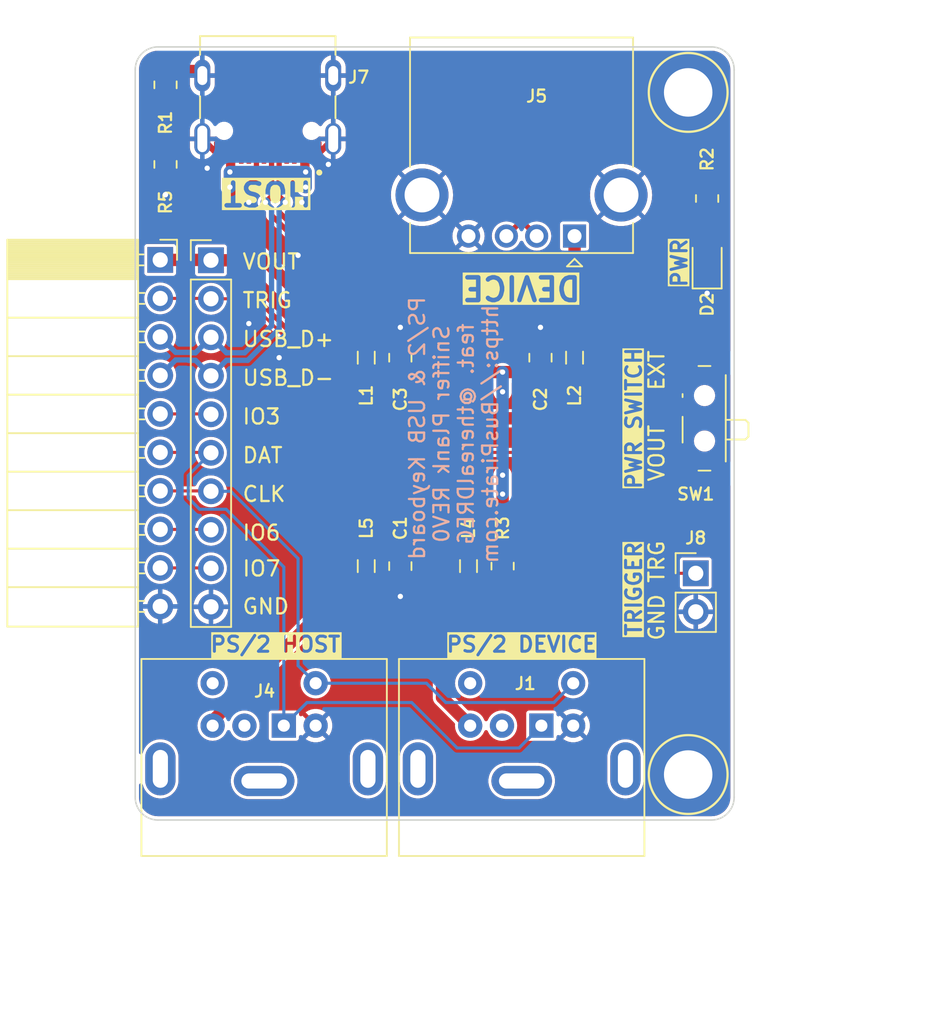
<source format=kicad_pcb>
(kicad_pcb (version 20240108) (generator "pcbnew") (generator_version "8.0")
  (layers (0 "F.Cu" signal) (31 "B.Cu" signal) (34 "B.Paste" user) (35 "F.Paste" user) (36 "B.SilkS" user "B.Silkscreen") (37 "F.SilkS" user "F.Silkscreen") (38 "B.Mask" user) (39 "F.Mask" user) (44 "Edge.Cuts" user))
  (net 0 "")
  (net 1 "VDD")
  (net 3 "DAT")
  (net 4 "Net-(J1-Pad4)")
  (net 5 "CLK")
  (net 6 "USB_D-")
  (net 8 "IO7")
  (net 9 "IO3")
  (net 10 "IO6")
  (net 11 "GND")
  (net 12 "VOUT")
  (net 13 "Net-(D2-A)")
  (net 14 "TRIG")
  (net 15 "USB_D+")
  (net 16 "Net-(J4-Pad4)")
  (net 17 "Net-(J5-VBUS)")
  (net 19 "Net-(J7-VBUS-PadA4B9)")
  (net 20 "Net-(J7-CC1)")
  (net 21 "Net-(J7-CC2)")
  (footprint "TYPE-C-31-M-12:HRO_TYPE-C-31-M-12" (layer "F.Cu") (at 108.5 73.8875 180)
    (property "Reference" "J7" (at -6 -0.1125 0) (layer "F.SilkS") (effects (font (size 0.8 0.8))))
    (property "Value" "TYPE-C-31-M-12")
    (fp_line (start 4.47 2.6) (end -4.47 2.6) (stroke (width 0.127)) (layer "F.SilkS"))
    (fp_line (start 4.47 1.37) (end 4.47 2.6) (stroke (width 0.127)) (layer "F.SilkS"))
    (fp_line (start 4.47 -2.81) (end 4.47 -1.37) (stroke (width 0.127)) (layer "F.SilkS"))
    (fp_line (start -4.47 2.6) (end -4.47 1.37) (stroke (width 0.127)) (layer "F.SilkS"))
    (fp_line (start -4.47 -2.81) (end -4.47 -1.37) (stroke (width 0.127)) (layer "F.SilkS"))
    (fp_circle (center -3.4 -6.4) (end -3.3 -6.4) (stroke (width 0.2)) (fill none) (layer "F.SilkS"))
    (pad "" np_thru_hole circle (at -2.89 -3.65 180) (size 0.7 0.7) (drill 0.7) (layers "*.Cu" "*.Mask"))
    (pad "" np_thru_hole circle (at 2.89 -3.65 180) (size 0.7 0.7) (drill 0.7) (layers "*.Cu" "*.Mask"))
    (pad "A1B12" smd rect (at -3.25 -5.095 180) (size 0.6 1.45) (layers "F.Cu" "F.Paste" "F.Mask") (net 11 "GND"))
    (pad "A4B9" smd rect (at -2.45 -5.095 180) (size 0.6 1.45) (layers "F.Cu" "F.Paste" "F.Mask") (net 19 "Net-(J7-VBUS-PadA4B9)"))
    (pad "A5" smd rect (at -1.25 -5.095 180) (size 0.3 1.45) (layers "F.Cu" "F.Paste" "F.Mask") (net 20 "Net-(J7-CC1)"))
    (pad "A6" smd rect (at -0.25 -5.095 180) (size 0.3 1.45) (layers "F.Cu" "F.Paste" "F.Mask") (net 15 "USB_D+"))
    (pad "A7" smd rect (at 0.25 -5.095 180) (size 0.3 1.45) (layers "F.Cu" "F.Paste" "F.Mask") (net 6 "USB_D-"))
    (pad "A8" smd rect (at 1.25 -5.095 180) (size 0.3 1.45) (layers "F.Cu" "F.Paste" "F.Mask"))
    (pad "B1A12" smd rect (at 3.25 -5.095 180) (size 0.6 1.45) (layers "F.Cu" "F.Paste" "F.Mask") (net 11 "GND"))
    (pad "B4A9" smd rect (at 2.45 -5.095 180) (size 0.6 1.45) (layers "F.Cu" "F.Paste" "F.Mask") (net 19 "Net-(J7-VBUS-PadA4B9)"))
    (pad "B5" smd rect (at 1.75 -5.095 180) (size 0.3 1.45) (layers "F.Cu" "F.Paste" "F.Mask") (net 21 "Net-(J7-CC2)"))
    (pad "B6" smd rect (at 0.75 -5.095 180) (size 0.3 1.45) (layers "F.Cu" "F.Paste" "F.Mask") (net 15 "USB_D+"))
    (pad "B7" smd rect (at -0.75 -5.095 180) (size 0.3 1.45) (layers "F.Cu" "F.Paste" "F.Mask") (net 6 "USB_D-"))
    (pad "B8" smd rect (at -1.75 -5.095 180) (size 0.3 1.45) (layers "F.Cu" "F.Paste" "F.Mask"))
    (pad "S1" thru_hole oval (at -4.32 -4.18 180) (size 1.05 2.1) (drill oval 0.65 1.75) (layers "*.Cu" "*.Mask") (net 11 "GND"))
    (pad "S2" thru_hole oval (at 4.32 -4.18 180) (size 1.05 2.1) (drill oval 0.65 1.75) (layers "*.Cu" "*.Mask") (net 11 "GND"))
    (pad "S3" thru_hole oval (at -4.32 0 180) (size 1.05 2.1) (drill oval 0.65 1.25) (layers "*.Cu" "*.Mask") (net 11 "GND"))
    (pad "S4" thru_hole oval (at 4.32 0 180) (size 1.05 2.1) (drill oval 0.65 1.25) (layers "*.Cu" "*.Mask") (net 11 "GND"))
  )
  (footprint "Inductor_SMD:L_0805_2012Metric" (layer "F.Cu") (at 121.75 106.25 90)
    (property "Reference" "L4" (at 2.5 0 90) (layer "F.SilkS") (effects (font (size 0.8 0.8))))
    (property "Value" "CBW201209U300T")
    (fp_line (start -0.399622 -0.56) (end 0.399622 -0.56) (stroke (width 0.12)) (layer "F.SilkS"))
    (fp_line (start -0.399622 0.56) (end 0.399622 0.56) (stroke (width 0.12)) (layer "F.SilkS"))
    (pad "1" smd roundrect (at -1.0625 0 90) (size 0.875 1.2) (layers "F.Cu" "F.Paste" "F.Mask") (net 4 "Net-(J1-Pad4)"))
    (pad "2" smd roundrect (at 1.0625 0 90) (size 0.875 1.2) (layers "F.Cu" "F.Paste" "F.Mask") (net 1 "VDD"))
  )
  (footprint "Connector_PinHeader_2.54mm:PinHeader_1x10_P2.54mm_Vertical" (layer "F.Cu") (at 104.75 86.075)
    (property "Reference" "J3" (hide yes))
    (property "Value" "Conn_01x10" (hide yes))
    (fp_line (start -1.33 -1.33) (end 0 -1.33) (stroke (width 0.12)) (layer "F.SilkS"))
    (fp_line (start -1.33 0) (end -1.33 -1.33) (stroke (width 0.12)) (layer "F.SilkS"))
    (fp_line (start -1.33 1.27) (end -1.33 24.19) (stroke (width 0.12)) (layer "F.SilkS"))
    (fp_line (start -1.33 1.27) (end 1.33 1.27) (stroke (width 0.12)) (layer "F.SilkS"))
    (fp_line (start -1.33 24.19) (end 1.33 24.19) (stroke (width 0.12)) (layer "F.SilkS"))
    (fp_line (start 1.33 1.27) (end 1.33 24.19) (stroke (width 0.12)) (layer "F.SilkS"))
    (pad "1" thru_hole rect (at 0 0) (size 1.7 1.7) (drill 1) (layers "*.Cu" "*.Mask") (net 12 "VOUT"))
    (pad "2" thru_hole oval (at 0 2.54) (size 1.7 1.7) (drill 1) (layers "*.Cu" "*.Mask") (net 14 "TRIG"))
    (pad "3" thru_hole oval (at 0 5.08) (size 1.7 1.7) (drill 1) (layers "*.Cu" "*.Mask") (net 15 "USB_D+"))
    (pad "4" thru_hole oval (at 0 7.62) (size 1.7 1.7) (drill 1) (layers "*.Cu" "*.Mask") (net 6 "USB_D-"))
    (pad "5" thru_hole oval (at 0 10.16) (size 1.7 1.7) (drill 1) (layers "*.Cu" "*.Mask") (net 9 "IO3"))
    (pad "6" thru_hole oval (at 0 12.7) (size 1.7 1.7) (drill 1) (layers "*.Cu" "*.Mask") (net 3 "DAT"))
    (pad "7" thru_hole oval (at 0 15.24) (size 1.7 1.7) (drill 1) (layers "*.Cu" "*.Mask") (net 5 "CLK"))
    (pad "8" thru_hole oval (at 0 17.78) (size 1.7 1.7) (drill 1) (layers "*.Cu" "*.Mask") (net 10 "IO6"))
    (pad "9" thru_hole oval (at 0 20.32) (size 1.7 1.7) (drill 1) (layers "*.Cu" "*.Mask") (net 8 "IO7"))
    (pad "10" thru_hole oval (at 0 22.86) (size 1.7 1.7) (drill 1) (layers "*.Cu" "*.Mask") (net 11 "GND"))
  )
  (footprint "Resistor_SMD:R_0805_2012Metric" (layer "F.Cu") (at 124 106.25 90)
    (property "Reference" "R3" (at 2.5 0 90) (layer "F.SilkS") (effects (font (size 0.8 0.8))))
    (property "Value" "2K")
    (fp_line (start -0.227064 -0.735) (end 0.227064 -0.735) (stroke (width 0.12)) (layer "F.SilkS"))
    (fp_line (start -0.227064 0.735) (end 0.227064 0.735) (stroke (width 0.12)) (layer "F.SilkS"))
    (pad "1" smd roundrect (at -0.9125 0 90) (size 1.025 1.4) (layers "F.Cu" "F.Paste" "F.Mask") (roundrect_rratio 0.243902) (net 14 "TRIG"))
    (pad "2" smd roundrect (at 0.9125 0 90) (size 1.025 1.4) (layers "F.Cu" "F.Paste" "F.Mask") (roundrect_rratio 0.243902) (net 1 "VDD"))
  )
  (footprint "Capacitor_SMD:C_0805_2012Metric" (layer "F.Cu") (at 117.25 106.25 -90)
    (property "Reference" "C1" (at -2.5 0 90) (layer "F.SilkS") (effects (font (size 0.8 0.8))))
    (property "Value" "47uF/CL21A226MAYNNNE")
    (fp_line (start -0.261252 0.735) (end 0.261252 0.735) (stroke (width 0.12)) (layer "F.SilkS"))
    (fp_line (start -0.261252 -0.735) (end 0.261252 -0.735) (stroke (width 0.12)) (layer "F.SilkS"))
    (pad "1" smd roundrect (at -0.95 0 270) (size 1 1.45) (layers "F.Cu" "F.Paste" "F.Mask") (net 1 "VDD"))
    (pad "2" smd roundrect (at 0.95 0 270) (size 1 1.45) (layers "F.Cu" "F.Paste" "F.Mask") (net 11 "GND"))
  )
  (footprint "Connector_PinSocket_2.54mm:PinSocket_1x10_P2.54mm_Horizontal" (layer "F.Cu") (at 101.4 86.05)
    (property "Reference" "J2" (hide yes))
    (property "Value" "Conn_01x10" (hide yes))
    (fp_line (start -10.09 -1.33) (end -10.09 24.19) (stroke (width 0.12)) (layer "F.SilkS"))
    (fp_line (start -10.09 -1.33) (end -1.46 -1.33) (stroke (width 0.12)) (layer "F.SilkS"))
    (fp_line (start -10.09 -1.21) (end -1.46 -1.21) (stroke (width 0.12)) (layer "F.SilkS"))
    (fp_line (start -10.09 -1.091905) (end -1.46 -1.091905) (stroke (width 0.12)) (layer "F.SilkS"))
    (fp_line (start -10.09 -0.97381) (end -1.46 -0.97381) (stroke (width 0.12)) (layer "F.SilkS"))
    (fp_line (start -10.09 -0.855715) (end -1.46 -0.855715) (stroke (width 0.12)) (layer "F.SilkS"))
    (fp_line (start -10.09 -0.73762) (end -1.46 -0.73762) (stroke (width 0.12)) (layer "F.SilkS"))
    (fp_line (start -10.09 -0.619525) (end -1.46 -0.619525) (stroke (width 0.12)) (layer "F.SilkS"))
    (fp_line (start -10.09 -0.50143) (end -1.46 -0.50143) (stroke (width 0.12)) (layer "F.SilkS"))
    (fp_line (start -10.09 -0.383335) (end -1.46 -0.383335) (stroke (width 0.12)) (layer "F.SilkS"))
    (fp_line (start -10.09 -0.26524) (end -1.46 -0.26524) (stroke (width 0.12)) (layer "F.SilkS"))
    (fp_line (start -10.09 -0.147145) (end -1.46 -0.147145) (stroke (width 0.12)) (layer "F.SilkS"))
    (fp_line (start -10.09 -0.02905) (end -1.46 -0.02905) (stroke (width 0.12)) (layer "F.SilkS"))
    (fp_line (start -10.09 0.089045) (end -1.46 0.089045) (stroke (width 0.12)) (layer "F.SilkS"))
    (fp_line (start -10.09 0.20714) (end -1.46 0.20714) (stroke (width 0.12)) (layer "F.SilkS"))
    (fp_line (start -10.09 0.325235) (end -1.46 0.325235) (stroke (width 0.12)) (layer "F.SilkS"))
    (fp_line (start -10.09 0.44333) (end -1.46 0.44333) (stroke (width 0.12)) (layer "F.SilkS"))
    (fp_line (start -10.09 0.561425) (end -1.46 0.561425) (stroke (width 0.12)) (layer "F.SilkS"))
    (fp_line (start -10.09 0.67952) (end -1.46 0.67952) (stroke (width 0.12)) (layer "F.SilkS"))
    (fp_line (start -10.09 0.797615) (end -1.46 0.797615) (stroke (width 0.12)) (layer "F.SilkS"))
    (fp_line (start -10.09 0.91571) (end -1.46 0.91571) (stroke (width 0.12)) (layer "F.SilkS"))
    (fp_line (start -10.09 1.033805) (end -1.46 1.033805) (stroke (width 0.12)) (layer "F.SilkS"))
    (fp_line (start -10.09 1.1519) (end -1.46 1.1519) (stroke (width 0.12)) (layer "F.SilkS"))
    (fp_line (start -10.09 1.27) (end -1.46 1.27) (stroke (width 0.12)) (layer "F.SilkS"))
    (fp_line (start -10.09 3.81) (end -1.46 3.81) (stroke (width 0.12)) (layer "F.SilkS"))
    (fp_line (start -10.09 6.35) (end -1.46 6.35) (stroke (width 0.12)) (layer "F.SilkS"))
    (fp_line (start -10.09 8.89) (end -1.46 8.89) (stroke (width 0.12)) (layer "F.SilkS"))
    (fp_line (start -10.09 11.43) (end -1.46 11.43) (stroke (width 0.12)) (layer "F.SilkS"))
    (fp_line (start -10.09 13.97) (end -1.46 13.97) (stroke (width 0.12)) (layer "F.SilkS"))
    (fp_line (start -10.09 16.51) (end -1.46 16.51) (stroke (width 0.12)) (layer "F.SilkS"))
    (fp_line (start -10.09 19.05) (end -1.46 19.05) (stroke (width 0.12)) (layer "F.SilkS"))
    (fp_line (start -10.09 21.59) (end -1.46 21.59) (stroke (width 0.12)) (layer "F.SilkS"))
    (fp_line (start -10.09 24.19) (end -1.46 24.19) (stroke (width 0.12)) (layer "F.SilkS"))
    (fp_line (start -1.46 -1.33) (end -1.46 24.19) (stroke (width 0.12)) (layer "F.SilkS"))
    (fp_line (start -1.46 -0.36) (end -1.11 -0.36) (stroke (width 0.12)) (layer "F.SilkS"))
    (fp_line (start -1.46 0.36) (end -1.11 0.36) (stroke (width 0.12)) (layer "F.SilkS"))
    (fp_line (start -1.46 2.18) (end -1.05 2.18) (stroke (width 0.12)) (layer "F.SilkS"))
    (fp_line (start -1.46 2.9) (end -1.05 2.9) (stroke (width 0.12)) (layer "F.SilkS"))
    (fp_line (start -1.46 4.72) (end -1.05 4.72) (stroke (width 0.12)) (layer "F.SilkS"))
    (fp_line (start -1.46 5.44) (end -1.05 5.44) (stroke (width 0.12)) (layer "F.SilkS"))
    (fp_line (start -1.46 7.26) (end -1.05 7.26) (stroke (width 0.12)) (layer "F.SilkS"))
    (fp_line (start -1.46 7.98) (end -1.05 7.98) (stroke (width 0.12)) (layer "F.SilkS"))
    (fp_line (start -1.46 9.8) (end -1.05 9.8) (stroke (width 0.12)) (layer "F.SilkS"))
    (fp_line (start -1.46 10.52) (end -1.05 10.52) (stroke (width 0.12)) (layer "F.SilkS"))
    (fp_line (start -1.46 12.34) (end -1.05 12.34) (stroke (width 0.12)) (layer "F.SilkS"))
    (fp_line (start -1.46 13.06) (end -1.05 13.06) (stroke (width 0.12)) (layer "F.SilkS"))
    (fp_line (start -1.46 14.88) (end -1.05 14.88) (stroke (width 0.12)) (layer "F.SilkS"))
    (fp_line (start -1.46 15.6) (end -1.05 15.6) (stroke (width 0.12)) (layer "F.SilkS"))
    (fp_line (start -1.46 17.42) (end -1.05 17.42) (stroke (width 0.12)) (layer "F.SilkS"))
    (fp_line (start -1.46 18.14) (end -1.05 18.14) (stroke (width 0.12)) (layer "F.SilkS"))
    (fp_line (start -1.46 19.96) (end -1.05 19.96) (stroke (width 0.12)) (layer "F.SilkS"))
    (fp_line (start -1.46 20.68) (end -1.05 20.68) (stroke (width 0.12)) (layer "F.SilkS"))
    (fp_line (start -1.46 22.5) (end -1.05 22.5) (stroke (width 0.12)) (layer "F.SilkS"))
    (fp_line (start -1.46 23.22) (end -1.05 23.22) (stroke (width 0.12)) (layer "F.SilkS"))
    (fp_line (start 0 -1.33) (end 1.11 -1.33) (stroke (width 0.12)) (layer "F.SilkS"))
    (fp_line (start 1.11 -1.33) (end 1.11 0) (stroke (width 0.12)) (layer "F.SilkS"))
    (pad "1" thru_hole rect (at 0 0) (size 1.7 1.7) (drill 1) (layers "*.Cu" "*.Mask") (net 12 "VOUT"))
    (pad "2" thru_hole oval (at 0 2.54) (size 1.7 1.7) (drill 1) (layers "*.Cu" "*.Mask") (net 14 "TRIG"))
    (pad "3" thru_hole oval (at 0 5.08) (size 1.7 1.7) (drill 1) (layers "*.Cu" "*.Mask") (net 15 "USB_D+"))
    (pad "4" thru_hole oval (at 0 7.62) (size 1.7 1.7) (drill 1) (layers "*.Cu" "*.Mask") (net 6 "USB_D-"))
    (pad "5" thru_hole oval (at 0 10.16) (size 1.7 1.7) (drill 1) (layers "*.Cu" "*.Mask") (net 9 "IO3"))
    (pad "6" thru_hole oval (at 0 12.7) (size 1.7 1.7) (drill 1) (layers "*.Cu" "*.Mask") (net 3 "DAT"))
    (pad "7" thru_hole oval (at 0 15.24) (size 1.7 1.7) (drill 1) (layers "*.Cu" "*.Mask") (net 5 "CLK"))
    (pad "8" thru_hole oval (at 0 17.78) (size 1.7 1.7) (drill 1) (layers "*.Cu" "*.Mask") (net 10 "IO6"))
    (pad "9" thru_hole oval (at 0 20.32) (size 1.7 1.7) (drill 1) (layers "*.Cu" "*.Mask") (net 8 "IO7"))
    (pad "10" thru_hole oval (at 0 22.86) (size 1.7 1.7) (drill 1) (layers "*.Cu" "*.Mask") (net 11 "GND"))
  )
  (footprint "connector-mini-din-6:Connector_Mini-DIN_Female_6Pin_2rows" (layer "F.Cu") (at 109.56 116.775)
    (property "Reference" "J4" (at -1.27 -2.275 0) (layer "F.SilkS") (effects (font (size 0.8 0.8))))
    (property "Value" "Mini-DIN-6")
    (fp_line (start -9.4 -4.4) (end -9.4 8.6) (stroke (width 0.12)) (layer "F.SilkS"))
    (fp_line (start -9.4 -4.4) (end 6.8 -4.4) (stroke (width 0.12)) (layer "F.SilkS"))
    (fp_line (start -9.4 8.6) (end 6.8 8.6) (stroke (width 0.12)) (layer "F.SilkS"))
    (fp_line (start 6.8 -4.4) (end 6.8 8.6) (stroke (width 0.12)) (layer "F.SilkS"))
    (pad "1" thru_hole rect (at 0 0) (size 1.6 1.6) (drill 0.8) (layers "*.Cu" "*.Mask") (net 3 "DAT"))
    (pad "2" thru_hole circle (at -2.6 0) (size 1.6 1.6) (drill 0.8) (layers "*.Cu" "*.Mask"))
    (pad "3" thru_hole circle (at 2.1 0) (size 1.6 1.6) (drill 0.8) (layers "*.Cu" "*.Mask") (net 11 "GND"))
    (pad "4" thru_hole circle (at -4.7 0) (size 1.6 1.6) (drill 0.8) (layers "*.Cu" "*.Mask") (net 16 "Net-(J4-Pad4)"))
    (pad "5" thru_hole circle (at 2.1 -2.8) (size 1.6 1.6) (drill 0.8) (layers "*.Cu" "*.Mask") (net 5 "CLK"))
    (pad "6" thru_hole circle (at -4.7 -2.8) (size 1.6 1.6) (drill 0.8) (layers "*.Cu" "*.Mask"))
    (pad "7" thru_hole oval (at -8.15 2.85) (size 2 3.5) (drill oval 1 2.5) (layers "*.Cu" "*.Mask"))
    (pad "7" thru_hole oval (at -1.3 3.65) (size 4 2) (drill oval 3 1) (layers "*.Cu" "*.Mask"))
    (pad "7" thru_hole oval (at 5.55 2.85) (size 2 3.5) (drill oval 1 2.5) (layers "*.Cu" "*.Mask"))
  )
  (footprint "Connector_USB:USB_A_CONNFLY_DS1095-WNR0" (layer "F.Cu") (at 128.75 84.4775 180)
    (property "Reference" "J5" (at 2.5 9.2275 0) (layer "F.SilkS") (effects (font (size 0.8 0.8))))
    (property "Value" "USB_A")
    (fp_line (start 10.86 4.56) (end 10.86 13.1) (stroke (width 0.12)) (layer "F.SilkS"))
    (fp_line (start 10.86 0.86) (end 10.86 -1.12) (stroke (width 0.12)) (layer "F.SilkS"))
    (fp_line (start 0.5 -2) (end -0.5 -2) (stroke (width 0.12)) (layer "F.SilkS"))
    (fp_line (start 0 -1.5) (end 0.5 -2) (stroke (width 0.12)) (layer "F.SilkS"))
    (fp_line (start -0.5 -2) (end 0 -1.5) (stroke (width 0.12)) (layer "F.SilkS"))
    (fp_line (start -3.86 13.1) (end 10.86 13.1) (stroke (width 0.12)) (layer "F.SilkS"))
    (fp_line (start -3.86 4.56) (end -3.86 13.1) (stroke (width 0.12)) (layer "F.SilkS"))
    (fp_line (start -3.86 -1.12) (end 10.86 -1.12) (stroke (width 0.12)) (layer "F.SilkS"))
    (fp_line (start -3.86 -1.12) (end -3.86 0.86) (stroke (width 0.12)) (layer "F.SilkS"))
    (pad "1" thru_hole rect (at 0 0 180) (size 1.524 1.524) (drill 0.92) (layers "*.Cu" "*.Mask") (net 17 "Net-(J5-VBUS)"))
    (pad "2" thru_hole circle (at 2.5 0 180) (size 1.524 1.524) (drill 0.92) (layers "*.Cu" "*.Mask") (net 6 "USB_D-"))
    (pad "3" thru_hole circle (at 4.5 0 180) (size 1.524 1.524) (drill 0.92) (layers "*.Cu" "*.Mask") (net 15 "USB_D+"))
    (pad "4" thru_hole circle (at 7 0 180) (size 1.524 1.524) (drill 0.92) (layers "*.Cu" "*.Mask") (net 11 "GND"))
    (pad "5" thru_hole circle (at -3.07 2.71 180) (size 3.5 3.5) (drill 2.3) (layers "*.Cu" "*.Mask") (net 11 "GND"))
    (pad "5" thru_hole circle (at 10.07 2.71 180) (size 3.5 3.5) (drill 2.3) (layers "*.Cu" "*.Mask") (net 11 "GND"))
  )
  (footprint "Inductor_SMD:L_0805_2012Metric" (layer "F.Cu") (at 115 92.5 90)
    (property "Reference" "L1" (at -2.5 0 90) (layer "F.SilkS") (effects (font (size 0.8 0.8))))
    (property "Value" "CBW201209U300T")
    (fp_line (start -0.399622 -0.56) (end 0.399622 -0.56) (stroke (width 0.12)) (layer "F.SilkS"))
    (fp_line (start -0.399622 0.56) (end 0.399622 0.56) (stroke (width 0.12)) (layer "F.SilkS"))
    (pad "1" smd roundrect (at -1.0625 0 90) (size 0.875 1.2) (layers "F.Cu" "F.Paste" "F.Mask") (net 1 "VDD"))
    (pad "2" smd roundrect (at 1.0625 0 90) (size 0.875 1.2) (layers "F.Cu" "F.Paste" "F.Mask") (net 19 "Net-(J7-VBUS-PadA4B9)"))
  )
  (footprint "Resistor_SMD:R_0805_2012Metric" (layer "F.Cu") (at 101.75 74.5 -90)
    (property "Reference" "R1" (at 2.5 0 90) (layer "F.SilkS") (effects (font (size 0.8 0.8))))
    (property "Value" "5.1K")
    (fp_line (start -0.227064 0.735) (end 0.227064 0.735) (stroke (width 0.12)) (layer "F.SilkS"))
    (fp_line (start -0.227064 -0.735) (end 0.227064 -0.735) (stroke (width 0.12)) (layer "F.SilkS"))
    (pad "1" smd roundrect (at -0.9125 0 270) (size 1.025 1.4) (layers "F.Cu" "F.Paste" "F.Mask") (roundrect_rratio 0.243902) (net 11 "GND"))
    (pad "2" smd roundrect (at 0.9125 0 270) (size 1.025 1.4) (layers "F.Cu" "F.Paste" "F.Mask") (roundrect_rratio 0.243902) (net 20 "Net-(J7-CC1)"))
  )
  (footprint "connector-mini-din-6:Connector_Mini-DIN_Female_6Pin_2rows" (layer "F.Cu") (at 126.56 116.775)
    (property "Reference" "J1" (at -1.06 -2.775 0) (layer "F.SilkS") (effects (font (size 0.8 0.8))))
    (property "Value" "Mini-DIN-6")
    (fp_line (start -9.4 -4.4) (end -9.4 8.6) (stroke (width 0.12)) (layer "F.SilkS"))
    (fp_line (start -9.4 -4.4) (end 6.8 -4.4) (stroke (width 0.12)) (layer "F.SilkS"))
    (fp_line (start -9.4 8.6) (end 6.8 8.6) (stroke (width 0.12)) (layer "F.SilkS"))
    (fp_line (start 6.8 -4.4) (end 6.8 8.6) (stroke (width 0.12)) (layer "F.SilkS"))
    (pad "1" thru_hole rect (at 0 0) (size 1.6 1.6) (drill 0.8) (layers "*.Cu" "*.Mask") (net 3 "DAT"))
    (pad "2" thru_hole circle (at -2.6 0) (size 1.6 1.6) (drill 0.8) (layers "*.Cu" "*.Mask"))
    (pad "3" thru_hole circle (at 2.1 0) (size 1.6 1.6) (drill 0.8) (layers "*.Cu" "*.Mask") (net 11 "GND"))
    (pad "4" thru_hole circle (at -4.7 0) (size 1.6 1.6) (drill 0.8) (layers "*.Cu" "*.Mask") (net 4 "Net-(J1-Pad4)"))
    (pad "5" thru_hole circle (at 2.1 -2.8) (size 1.6 1.6) (drill 0.8) (layers "*.Cu" "*.Mask") (net 5 "CLK"))
    (pad "6" thru_hole circle (at -4.7 -2.8) (size 1.6 1.6) (drill 0.8) (layers "*.Cu" "*.Mask"))
    (pad "7" thru_hole oval (at -8.15 2.85) (size 2 3.5) (drill oval 1 2.5) (layers "*.Cu" "*.Mask"))
    (pad "7" thru_hole oval (at -1.3 3.65) (size 4 2) (drill oval 3 1) (layers "*.Cu" "*.Mask"))
    (pad "7" thru_hole oval (at 5.55 2.85) (size 2 3.5) (drill oval 1 2.5) (layers "*.Cu" "*.Mask"))
  )
  (footprint "Connector_PinHeader_2.54mm:PinHeader_1x02_P2.54mm_Vertical" (layer "F.Cu") (at 136.75 106.725)
    (property "Reference" "J8" (at 0 -2.33 0) (layer "F.SilkS") (effects (font (size 0.8 0.8))))
    (property "Value" "Conn_01x02_Pin")
    (fp_line (start -1.33 -1.33) (end 0 -1.33) (stroke (width 0.12)) (layer "F.SilkS"))
    (fp_line (start -1.33 0) (end -1.33 -1.33) (stroke (width 0.12)) (layer "F.SilkS"))
    (fp_line (start -1.33 1.27) (end -1.33 3.87) (stroke (width 0.12)) (layer "F.SilkS"))
    (fp_line (start -1.33 1.27) (end 1.33 1.27) (stroke (width 0.12)) (layer "F.SilkS"))
    (fp_line (start -1.33 3.87) (end 1.33 3.87) (stroke (width 0.12)) (layer "F.SilkS"))
    (fp_line (start 1.33 1.27) (end 1.33 3.87) (stroke (width 0.12)) (layer "F.SilkS"))
    (pad "1" thru_hole rect (at 0 0) (size 1.7 1.7) (drill 1) (layers "*.Cu" "*.Mask") (net 14 "TRIG"))
    (pad "2" thru_hole oval (at 0 2.54) (size 1.7 1.7) (drill 1) (layers "*.Cu" "*.Mask") (net 11 "GND"))
  )
  (footprint "Inductor_SMD:L_0805_2012Metric" (layer "F.Cu") (at 115 106.25 90)
    (property "Reference" "L5" (at 2.5 0 90) (layer "F.SilkS") (effects (font (size 0.8 0.8))))
    (property "Value" "CBW201209U300T")
    (fp_line (start -0.399622 -0.56) (end 0.399622 -0.56) (stroke (width 0.12)) (layer "F.SilkS"))
    (fp_line (start -0.399622 0.56) (end 0.399622 0.56) (stroke (width 0.12)) (layer "F.SilkS"))
    (pad "1" smd roundrect (at -1.0625 0 90) (size 0.875 1.2) (layers "F.Cu" "F.Paste" "F.Mask") (net 16 "Net-(J4-Pad4)"))
    (pad "2" smd roundrect (at 1.0625 0 90) (size 0.875 1.2) (layers "F.Cu" "F.Paste" "F.Mask") (net 1 "VDD"))
  )
  (footprint "Button_Switch_SMD:SW_SPDT_PCM12" (layer "F.Cu") (at 137 96.5 90)
    (property "Reference" "SW1" (at -5 -0.25 180) (layer "F.SilkS") (effects (font (size 0.8 0.8))))
    (property "Value" "SW_SPDT")
    (fp_line (start 1.4 -1.12) (end 1.6 -1.12) (stroke (width 0.12)) (layer "F.SilkS"))
    (fp_line (start -1.6 -1.12) (end 0.1 -1.12) (stroke (width 0.12)) (layer "F.SilkS"))
    (fp_line (start -3.45 -0.07) (end -3.45 0.72) (stroke (width 0.12)) (layer "F.SilkS"))
    (fp_line (start 3.45 0.72) (end 3.45 -0.07) (stroke (width 0.12)) (layer "F.SilkS"))
    (fp_line (start -1.4 1.73) (end -1.4 3.02) (stroke (width 0.12)) (layer "F.SilkS"))
    (fp_line (start -2.85 1.73) (end 2.85 1.73) (stroke (width 0.12)) (layer "F.SilkS"))
    (fp_line (start -0.1 3.02) (end -0.1 1.73) (stroke (width 0.12)) (layer "F.SilkS"))
    (fp_line (start -0.1 3.02) (end -0.3 3.23) (stroke (width 0.12)) (layer "F.SilkS"))
    (fp_line (start -1.4 3.02) (end -1.2 3.23) (stroke (width 0.12)) (layer "F.SilkS"))
    (fp_line (start -1.2 3.23) (end -0.3 3.23) (stroke (width 0.12)) (layer "F.SilkS"))
    (pad "" smd rect (at -3.65 -0.78 90) (size 1 0.8) (layers "F.Cu" "F.Paste" "F.Mask"))
    (pad "" smd rect (at -3.65 1.43 90) (size 1 0.8) (layers "F.Cu" "F.Paste" "F.Mask"))
    (pad "" np_thru_hole circle (at -1.5 0.33 90) (size 0.9 0.9) (drill 0.9) (layers "*.Cu" "*.Mask"))
    (pad "" np_thru_hole circle (at 1.5 0.33 90) (size 0.9 0.9) (drill 0.9) (layers "*.Cu" "*.Mask"))
    (pad "" smd rect (at 3.65 -0.78 90) (size 1 0.8) (layers "F.Cu" "F.Paste" "F.Mask"))
    (pad "" smd rect (at 3.65 1.43 90) (size 1 0.8) (layers "F.Cu" "F.Paste" "F.Mask"))
    (pad "1" smd rect (at -2.25 -1.43 90) (size 0.7 1.5) (layers "F.Cu" "F.Paste" "F.Mask") (net 12 "VOUT"))
    (pad "2" smd rect (at 0.75 -1.43 90) (size 0.7 1.5) (layers "F.Cu" "F.Paste" "F.Mask") (net 1 "VDD"))
    (pad "3" smd rect (at 2.25 -1.43 90) (size 0.7 1.5) (layers "F.Cu" "F.Paste" "F.Mask"))
  )
  (footprint "Resistor_SMD:R_0805_2012Metric" (layer "F.Cu") (at 137.5 82 -90)
    (property "Reference" "R2" (at -2.5875 0 90) (layer "F.SilkS") (effects (font (size 0.8 0.8))))
    (property "Value" "2K" (hide yes))
    (fp_line (start -0.227064 0.735) (end 0.227064 0.735) (stroke (width 0.12)) (layer "F.SilkS"))
    (fp_line (start -0.227064 -0.735) (end 0.227064 -0.735) (stroke (width 0.12)) (layer "F.SilkS"))
    (pad "1" smd roundrect (at -0.9125 0 270) (size 1.025 1.4) (layers "F.Cu" "F.Paste" "F.Mask") (roundrect_rratio 0.243902439) (net 1 "VDD"))
    (pad "2" smd roundrect (at 0.9125 0 270) (size 1.025 1.4) (layers "F.Cu" "F.Paste" "F.Mask") (roundrect_rratio 0.243902439) (net 13 "Net-(D2-A)"))
  )
  (footprint "Capacitor_SMD:C_0805_2012Metric" (layer "F.Cu") (at 126.5 92.5 90)
    (property "Reference" "C2" (at -2.75 0 90) (layer "F.SilkS") (effects (font (size 0.8 0.8))))
    (property "Value" "47uF/CL21A226MAYNNNE")
    (fp_line (start -0.261252 -0.735) (end 0.261252 -0.735) (stroke (width 0.12)) (layer "F.SilkS"))
    (fp_line (start -0.261252 0.735) (end 0.261252 0.735) (stroke (width 0.12)) (layer "F.SilkS"))
    (pad "1" smd roundrect (at -0.95 0 90) (size 1 1.45) (layers "F.Cu" "F.Paste" "F.Mask") (net 1 "VDD"))
    (pad "2" smd roundrect (at 0.95 0 90) (size 1 1.45) (layers "F.Cu" "F.Paste" "F.Mask") (net 11 "GND"))
  )
  (footprint "Inductor_SMD:L_0805_2012Metric" (layer "F.Cu") (at 128.75 92.5 90)
    (property "Reference" "L2" (at -2.5 0 90) (layer "F.SilkS") (effects (font (size 0.8 0.8))))
    (property "Value" "CBW201209U300T")
    (fp_line (start -0.399622 -0.56) (end 0.399622 -0.56) (stroke (width 0.12)) (layer "F.SilkS"))
    (fp_line (start -0.399622 0.56) (end 0.399622 0.56) (stroke (width 0.12)) (layer "F.SilkS"))
    (pad "1" smd roundrect (at -1.0625 0 90) (size 0.875 1.2) (layers "F.Cu" "F.Paste" "F.Mask") (net 1 "VDD"))
    (pad "2" smd roundrect (at 1.0625 0 90) (size 0.875 1.2) (layers "F.Cu" "F.Paste" "F.Mask") (net 17 "Net-(J5-VBUS)"))
  )
  (footprint "Capacitor_SMD:C_0805_2012Metric" (layer "F.Cu") (at 117.25 92.5 90)
    (property "Reference" "C3" (at -2.75 0 90) (layer "F.SilkS") (effects (font (size 0.8 0.8))))
    (property "Value" "47uF/CL21A226MAYNNNE")
    (fp_line (start -0.261252 -0.735) (end 0.261252 -0.735) (stroke (width 0.12)) (layer "F.SilkS"))
    (fp_line (start -0.261252 0.735) (end 0.261252 0.735) (stroke (width 0.12)) (layer "F.SilkS"))
    (pad "1" smd roundrect (at -0.95 0 90) (size 1 1.45) (layers "F.Cu" "F.Paste" "F.Mask") (net 1 "VDD"))
    (pad "2" smd roundrect (at 0.95 0 90) (size 1 1.45) (layers "F.Cu" "F.Paste" "F.Mask") (net 11 "GND"))
  )
  (footprint "LED_SMD:LED_0805_2012Metric" (layer "F.Cu") (at 137.5 86.25 90)
    (property "Reference" "D2" (at -2.75 0 90) (layer "F.SilkS") (effects (font (size 0.8 0.8))))
    (property "Value" "LED" (hide yes))
    (fp_line (start 1 -0.96) (end -1.685 -0.96) (stroke (width 0.12)) (layer "F.SilkS"))
    (fp_line (start -1.685 -0.96) (end -1.685 0.96) (stroke (width 0.12)) (layer "F.SilkS"))
    (fp_line (start -1.685 0.96) (end 1 0.96) (stroke (width 0.12)) (layer "F.SilkS"))
    (pad "1" smd roundrect (at -0.9375 0 90) (size 0.975 1.4) (layers "F.Cu" "F.Paste" "F.Mask") (net 11 "GND"))
    (pad "2" smd roundrect (at 0.9375 0 90) (size 0.975 1.4) (layers "F.Cu" "F.Paste" "F.Mask") (net 13 "Net-(D2-A)"))
  )
  (footprint "Resistor_SMD:R_0805_2012Metric" (layer "F.Cu") (at 101.75 79.75 90)
    (property "Reference" "R5" (at -2.5 0 90) (layer "F.SilkS") (effects (font (size 0.8 0.8))))
    (property "Value" "5.1K")
    (fp_line (start -0.227064 -0.735) (end 0.227064 -0.735) (stroke (width 0.12)) (layer "F.SilkS"))
    (fp_line (start -0.227064 0.735) (end 0.227064 0.735) (stroke (width 0.12)) (layer "F.SilkS"))
    (pad "1" smd roundrect (at -0.9125 0 90) (size 1.025 1.4) (layers "F.Cu" "F.Paste" "F.Mask") (roundrect_rratio 0.243902) (net 11 "GND"))
    (pad "2" smd roundrect (at 0.9125 0 90) (size 1.025 1.4) (layers "F.Cu" "F.Paste" "F.Mask") (roundrect_rratio 0.243902) (net 21 "Net-(J7-CC2)"))
  )
  (gr_circle (center 136.25 75) (end 138.85 75) (stroke (width 0.15)) (fill none) (layer "F.SilkS"))
  (gr_circle (center 136.25 120) (end 138.85 120) (stroke (width 0.15)) (fill none) (layer "F.SilkS"))
  (gr_line (start 139.28391 121.500383) (end 139.28391 73.534293) (stroke (width 0.1)) (layer "Edge.Cuts"))
  (gr_arc (start 101.249947 122.999945) (mid 100.189321 122.560586) (end 99.75 121.499945) (stroke (width 0.1)) (layer "Edge.Cuts"))
  (gr_arc (start 137.78391 72.000383) (mid 138.856494 72.451779) (end 139.283527 73.534293) (stroke (width 0.1)) (layer "Edge.Cuts"))
  (gr_line (start 101.28391 72.000383) (end 137.78391 72.000383) (stroke (width 0.1)) (layer "Edge.Cuts"))
  (gr_line (start 99.75 121.499945) (end 99.75 73.5) (stroke (width 0.1)) (layer "Edge.Cuts"))
  (gr_arc (start 139.28391 121.500383) (mid 138.832512 122.572964) (end 137.75 123) (stroke (width 0.1)) (layer "Edge.Cuts"))
  (gr_line (start 101.249947 122.999945) (end 137.75 122.999945) (stroke (width 0.1)) (layer "Edge.Cuts"))
  (gr_arc (start 99.75 73.5) (mid 100.201397 72.427418) (end 101.28391 72.000383) (stroke (width 0.1)) (layer "Edge.Cuts"))
  (gr_text "PS/2 & USB Keyboard \nSniffer Plank REV0\nfeat. @therealDREG\nhttps://BusPirate.com" (at 120.777 97.536 90) (layer "B.SilkS") (effects (font (size 1 1)) (justify mirror)))
  (gr_text "GND TRG" (at 134.75 111.25 90) (layer "F.SilkS") (effects (font (size 1 1)) (justify left bottom)))
  (gr_text "IO7" (at 106.75 107 0) (layer "F.SilkS") (effects (font (size 1 1)) (justify left bottom)))
  (gr_text "PS/2 DEVICE" (at 125.25 112 0) (layer "F.SilkS" knockout) (effects (font (size 1 1) (thickness 0.2) (bold yes)) (justify bottom)))
  (gr_text "USB_D-" (at 106.75 94.416665 0) (layer "F.SilkS") (effects (font (size 1 1)) (justify left bottom)))
  (gr_text "USB_D+" (at 106.75 91.86111 0) (layer "F.SilkS") (effects (font (size 1 1)) (justify left bottom)))
  (gr_text "HOST" (at 108.5 80.75 180) (layer "F.SilkS" knockout) (effects (font (size 1.5 1.5) (thickness 0.3) (bold yes)) (justify bottom)))
  (gr_text "PWR" (at 136.25 86.25 90) (layer "F.SilkS" knockout) (effects (font (size 1 1) (thickness 0.2) (bold yes)) (justify bottom)))
  (gr_text "GND" (at 106.75 109.5 0) (layer "F.SilkS") (effects (font (size 1 1)) (justify left bottom)))
  (gr_text "IO6" (at 106.75 104.638885 0) (layer "F.SilkS") (effects (font (size 1 1)) (justify left bottom)))
  (gr_text "VOUT" (at 106.75 86.75 0) (layer "F.SilkS") (effects (font (size 1 1)) (justify left bottom)))
  (gr_text "TRIG" (at 106.75 89.305555 0) (layer "F.SilkS") (effects (font (size 1 1)) (justify left bottom)))
  (gr_text "DAT" (at 106.75 99.527775 0) (layer "F.SilkS") (effects (font (size 1 1)) (justify left bottom)))
  (gr_text "CLK" (at 106.75 102.08333 0) (layer "F.SilkS") (effects (font (size 1 1)) (justify left bottom)))
  (gr_text "IO3" (at 106.75 96.97222 0) (layer "F.SilkS") (effects (font (size 1 1)) (justify left bottom)))
  (gr_text "TRIGGER" (at 133.25 107.75 90) (layer "F.SilkS" knockout) (effects (font (size 1 1) (thickness 0.2) (bold yes)) (justify bottom)))
  (gr_text "DEVICE" (at 125.25 87 180) (layer "F.SilkS" knockout) (effects (font (size 1.5 1.5) (thickness 0.3) (bold yes)) (justify bottom)))
  (gr_text "PWR SWITCH" (at 133.25 96.5 90) (layer "F.SilkS" knockout) (effects (font (size 1 1) (thickness 0.2) (bold yes)) (justify bottom)))
  (gr_text "VOUT   EXT" (at 134.75 100.75 90) (layer "F.SilkS") (effects (font (size 1 1)) (justify left bottom)))
  (gr_text "PS/2 HOST" (at 109 112 0) (layer "F.SilkS" knockout) (effects (font (size 1 1) (thickness 0.2) (bold yes)) (justify bottom)))
  (segment (start 121.75 105.1875) (end 123.85 105.1875) (width 0.8128) (layer "F.Cu") (net 1))
  (segment (start 134.25 83) (end 134.25 95.75) (width 0.2032) (layer "F.Cu") (net 1))
  (segment (start 117.25 105.3) (end 121.6375 105.3) (width 0.8128) (layer "F.Cu") (net 1))
  (segment (start 137.5 81.0875) (end 136.1625 81.0875) (width 0.2032) (layer "F.Cu") (net 1))
  (segment (start 123.85 105.1875) (end 124 105.3375) (width 0.8128) (layer "F.Cu") (net 1))
  (segment (start 115 93.5625) (end 117.1375 93.5625) (width 0.8128) (layer "F.Cu") (net 1))
  (segment (start 117.1375 93.5625) (end 117.25 93.45) (width 0.8128) (layer "F.Cu") (net 1))
  (segment (start 121.6375 105.3) (end 121.75 105.1875) (width 0.8128) (layer "F.Cu") (net 1))
  (segment (start 124 105.3375) (end 124 101.5) (width 0.8128) (layer "F.Cu") (net 1))
  (segment (start 128.6375 93.45) (end 128.75 93.5625) (width 0.8128) (layer "F.Cu") (net 1))
  (segment (start 136.1625 81.0875) (end 134.25 83) (width 0.2032) (layer "F.Cu") (net 1))
  (segment (start 115 105.1875) (end 117.1375 105.1875) (width 0.8128) (layer "F.Cu") (net 1))
  (segment (start 117.25 93.45) (end 124 93.45) (width 0.8128) (layer "F.Cu") (net 1))
  (segment (start 130.9375 95.75) (end 128.75 93.5625) (width 0.8128) (layer "F.Cu") (net 1))
  (segment (start 124 101.5) (end 124 100.25) (width 0.8128) (layer "F.Cu") (net 1))
  (segment (start 135.57 95.75) (end 134.25 95.75) (width 0.8128) (layer "F.Cu") (net 1))
  (segment (start 117.1375 105.1875) (end 117.25 105.3) (width 0.8128) (layer "F.Cu") (net 1))
  (segment (start 124 93.45) (end 126.5 93.45) (width 0.8128) (layer "F.Cu") (net 1))
  (segment (start 124 93.45) (end 124 94.75) (width 0.8128) (layer "F.Cu") (net 1))
  (segment (start 134.25 95.75) (end 130.9375 95.75) (width 0.8128) (layer "F.Cu") (net 1))
  (segment (start 126.5 93.45) (end 128.6375 93.45) (width 0.8128) (layer "F.Cu") (net 1))
  (via (at 124 94.75) (size 0.6548) (drill 0.35) (layers "F.Cu" "B.Cu") (net 1))
  (via (at 124 100.25) (size 0.6548) (drill 0.35) (layers "F.Cu" "B.Cu") (net 1))
  (via (at 124 93.45) (size 0.6548) (drill 0.35) (layers "F.Cu" "B.Cu") (net 1))
  (via (at 124 101.5) (size 0.6548) (drill 0.35) (layers "F.Cu" "B.Cu") (net 1))
  (segment (start 124 94.75) (end 124 93.45) (width 0.8128) (layer "B.Cu") (net 1))
  (segment (start 124 100.25) (end 124 94.75) (width 0.8128) (layer "B.Cu") (net 1))
  (segment (start 124 100.25) (end 124 101.5) (width 0.8128) (layer "B.Cu") (net 1))
  (segment (start 101.4 98.75) (end 104.725 98.75) (width 0.2032) (layer "F.Cu") (net 3))
  (segment (start 104.725 98.75) (end 104.75 98.775) (width 0.2032) (layer "F.Cu") (net 3))
  (segment (start 118 115.25) (end 121 118.25) (width 0.2032) (layer "B.Cu") (net 3))
  (segment (start 104.75 98.775) (end 103.25 100.275) (width 0.2032) (layer "B.Cu") (net 3))
  (segment (start 109.56 116.775) (end 111.085 115.25) (width 0.2032) (layer "B.Cu") (net 3))
  (segment (start 103.25 100.275) (end 103.25 101.75) (width 0.2032) (layer "B.Cu") (net 3))
  (segment (start 125.085 118.25) (end 126.56 116.775) (width 0.2032) (layer "B.Cu") (net 3))
  (segment (start 109.56 106.31) (end 109.56 116.775) (width 0.2032) (layer "B.Cu") (net 3))
  (segment (start 105.75 102.5) (end 109.56 106.31) (width 0.2032) (layer "B.Cu") (net 3))
  (segment (start 111.085 115.25) (end 118 115.25) (width 0.2032) (layer "B.Cu") (net 3))
  (segment (start 104 102.5) (end 105.75 102.5) (width 0.2032) (layer "B.Cu") (net 3))
  (segment (start 103.25 101.75) (end 104 102.5) (width 0.2032) (layer "B.Cu") (net 3))
  (segment (start 121 118.25) (end 125.085 118.25) (width 0.2032) (layer "B.Cu") (net 3))
  (segment (start 120 112) (end 121.75 110.25) (width 0.8128) (layer "F.Cu") (net 4))
  (segment (start 120 114.915) (end 120 112) (width 0.8128) (layer "F.Cu") (net 4))
  (segment (start 121.86 116.775) (end 120 114.915) (width 0.8128) (layer "F.Cu") (net 4))
  (segment (start 121.75 110.25) (end 121.75 107.3125) (width 0.8128) (layer "F.Cu") (net 4))
  (segment (start 104.725 101.29) (end 104.75 101.315) (width 0.2032) (layer "F.Cu") (net 5))
  (segment (start 101.4 101.29) (end 104.725 101.29) (width 0.2032) (layer "F.Cu") (net 5))
  (segment (start 110.5 105.75) (end 106.065 101.315) (width 0.2032) (layer "B.Cu") (net 5))
  (segment (start 106.065 101.315) (end 104.75 101.315) (width 0.2032) (layer "B.Cu") (net 5))
  (segment (start 111.66 113.975) (end 118.975 113.975) (width 0.2032) (layer "B.Cu") (net 5))
  (segment (start 120.25 115.25) (end 127.385 115.25) (width 0.2032) (layer "B.Cu") (net 5))
  (segment (start 110.5 112.815) (end 110.5 105.75) (width 0.2032) (layer "B.Cu") (net 5))
  (segment (start 118.975 113.975) (end 120.25 115.25) (width 0.2032) (layer "B.Cu") (net 5))
  (segment (start 127.385 115.25) (end 128.66 113.975) (width 0.2032) (layer "B.Cu") (net 5))
  (segment (start 111.66 113.975) (end 110.5 112.815) (width 0.2032) (layer "B.Cu") (net 5))
  (segment (start 109.25 78) (end 109.25 78.9825) (width 0.35) (layer "F.Cu") (net 6))
  (segment (start 109.25 82.65) (end 109.25 82.896446) (width 0.35) (layer "F.Cu") (net 6))
  (segment (start 114.75 78.896446) (end 116.896446 76.75) (width 0.35) (layer "F.Cu") (net 6))
  (segment (start 116.896446 76.75) (end 123.603554 76.75) (width 0.35) (layer "F.Cu") (net 6))
  (segment (start 109 77.75) (end 109.25 78) (width 0.35) (layer "F.Cu") (net 6))
  (segment (start 109.25 82.896446) (end 110.103554 83.75) (width 0.35) (layer "F.Cu") (net 6))
  (segment (start 112.146446 83.75) (end 114.75 81.146446) (width 0.35) (layer "F.Cu") (net 6))
  (segment (start 108.25 78) (end 108.5 77.75) (width 0.35) (layer "F.Cu") (net 6))
  (segment (start 110.103554 83.75) (end 112.146446 83.75) (width 0.35) (layer "F.Cu") (net 6))
  (segment (start 125.5 78.646446) (end 125.5 83.7275) (width 0.35) (layer "F.Cu") (net 6))
  (segment (start 108.5 77.75) (end 109 77.75) (width 0.35) (layer "F.Cu") (net 6))
  (segment (start 114.75 81.146446) (end 114.75 78.896446) (width 0.35) (layer "F.Cu") (net 6))
  (segment (start 108.25 78.9825) (end 108.25 78) (width 0.35) (layer "F.Cu") (net 6))
  (segment (start 123.603554 76.75) (end 125.5 78.646446) (width 0.35) (layer "F.Cu") (net 6))
  (segment (start 125.5 83.7275) (end 126.25 84.4775) (width 0.35) (layer "F.Cu") (net 6))
  (segment (start 109.25 81.85) (end 109.25 78.9825) (width 0.35) (layer "F.Cu") (net 6))
  (segment (start 109.65 82.25) (end 109.25 82.65) (width 0.35) (layer "F.Cu") (net 6))
  (segment (start 109.65 82.25) (end 109.25 81.85) (width 0.35) (layer "F.Cu") (net 6))
  (via (at 109.65 82.25) (size 0.6548) (drill 0.35) (layers "F.Cu" "B.Cu") (net 6))
  (segment (start 102.42 92.65) (end 103.25 92.65) (width 0.35) (layer "B.Cu") (net 6))
  (segment (start 105.77 92.675) (end 104.75 93.695) (width 0.35) (layer "B.Cu") (net 6))
  (segment (start 107.178554 92.675) (end 105.77 92.675) (width 0.35) (layer "B.Cu") (net 6))
  (segment (start 103.25 92.65) (end 103.275 92.675) (width 0.35) (layer "B.Cu") (net 6))
  (segment (start 101.4 93.67) (end 102.42 92.65) (width 0.35) (layer "B.Cu") (net 6))
  (segment (start 103.275 92.675) (end 103.73 92.675) (width 0.35) (layer "B.Cu") (net 6))
  (segment (start 109.25 82.65) (end 109.25 90.603554) (width 0.35) (layer "B.Cu") (net 6))
  (segment (start 103.73 92.675) (end 104.75 93.695) (width 0.35) (layer "B.Cu") (net 6))
  (segment (start 109.65 82.25) (end 109.25 82.65) (width 0.35) (layer "B.Cu") (net 6))
  (segment (start 109.25 90.603554) (end 107.178554 92.675) (width 0.35) (layer "B.Cu") (net 6))
  (segment (start 101.4 106.37) (end 104.725 106.37) (width 0.2032) (layer "F.Cu") (net 8))
  (segment (start 104.725 106.37) (end 104.75 106.395) (width 0.2032) (layer "F.Cu") (net 8))
  (segment (start 104.725 96.21) (end 104.75 96.235) (width 0.2032) (layer "F.Cu") (net 9))
  (segment (start 101.4 96.21) (end 104.725 96.21) (width 0.2032) (layer "F.Cu") (net 9))
  (segment (start 101.4 103.83) (end 104.725 103.83) (width 0.2032) (layer "F.Cu") (net 10))
  (segment (start 104.725 103.83) (end 104.75 103.855) (width 0.2032) (layer "F.Cu") (net 10))
  (segment (start 101.75 73.5875) (end 103.88 73.5875) (width 0.8128) (layer "F.Cu") (net 11))
  (segment (start 111.75 78.9825) (end 111.905 78.9825) (width 0.4064) (layer "F.Cu") (net 11))
  (segment (start 111.905 78.9825) (end 112.82 78.0675) (width 0.4064) (layer "F.Cu") (net 11))
  (segment (start 105.25 79.25) (end 104.5 80) (width 0.4064) (layer "F.Cu") (net 11))
  (segment (start 117.25 107.2) (end 117.25 108.25) (width 0.8128) (layer "F.Cu") (net 11))
  (segment (start 126.5 91.55) (end 126.5 90.5) (width 0.8128) (layer "F.Cu") (net 11))
  (segment (start 101.75 80.6625) (end 101.75 81.75) (width 0.8128) (layer "F.Cu") (net 11))
  (segment (start 111.75 78.9825) (end 111.75 79) (width 0.4064) (layer "F.Cu") (net 11))
  (segment (start 105.25 78.9825) (end 105.25 79.25) (width 0.4064) (layer "F.Cu") (net 11))
  (segment (start 105.095 78.9825) (end 104.18 78.0675) (width 0.4064) (layer "F.Cu") (net 11))
  (segment (start 105.25 78.9825) (end 105.095 78.9825) (width 0.4064) (layer "F.Cu") (net 11))
  (segment (start 137.5 87.1875) (end 137.5 88.25) (width 0.8128) (layer "F.Cu") (net 11))
  (segment (start 111.75 79) (end 112.5 79.75) (width 0.4064) (layer "F.Cu") (net 11))
  (segment (start 117.25 91.55) (end 117.25 90.5) (width 0.8128) (layer "F.Cu") (net 11))
  (segment (start 103.88 73.5875) (end 104.18 73.8875) (width 0.8128) (layer "F.Cu") (net 11))
  (via (at 112.5 79.75) (size 0.6548) (drill 0.35) (layers "F.Cu" "B.Cu") (net 11))
  (via (at 109.25 92.5) (size 0.6548) (drill 0.35) (layers "F.Cu" "B.Cu") (net 11))
  (via (at 101.75 81.75) (size 0.6548) (drill 0.35) (layers "F.Cu" "B.Cu") (net 11))
  (via (at 137.5 88.25) (size 0.6548) (drill 0.35) (layers "F.Cu" "B.Cu") (net 11))
  (via (at 126.5 90.5) (size 0.6548) (drill 0.35) (layers "F.Cu" "B.Cu") (net 11))
  (via (at 117.25 90.5) (size 0.6548) (drill 0.35) (layers "F.Cu" "B.Cu") (net 11))
  (via (at 107.25 82.25) (size 0.6548) (drill 0.35) (layers "F.Cu" "B.Cu") (net 11))
  (via (at 136.25 120) (size 3.4) (drill 3.2) (layers "F.Cu" "B.Cu") (net 11))
  (via (at 110.5 85.75) (size 0.6548) (drill 0.35) (layers "F.Cu" "B.Cu") (net 11))
  (via (at 117.25 108.25) (size 0.6548) (drill 0.35) (layers "F.Cu" "B.Cu") (net 11))
  (via (at 110.75 82.25) (size 0.6548) (drill 0.35) (layers "F.Cu" "B.Cu") (net 11))
  (via (at 136.25 75) (size 3.4) (drill 3.2) (layers "F.Cu" "B.Cu") (net 11))
  (via (at 104.5 80) (size 0.6548) (drill 0.35) (layers "F.Cu" "B.Cu") (net 11))
  (via (at 107.25 90.25) (size 0.6548) (drill 0.35) (layers "F.Cu" "B.Cu") (net 11))
  (segment (start 104.75 86.075) (end 106.325 86.075) (width 0.8128) (layer "F.Cu") (net 12))
  (segment (start 112.375 93.875) (end 115 96.5) (width 0.8128) (layer "F.Cu") (net 12))
  (segment (start 106.325 86.075) (end 112.375 92.125) (width 0.8128) (layer "F.Cu") (net 12))
  (segment (start 130.5 98.75) (end 135.57 98.75) (width 0.8128) (layer "F.Cu") (net 12))
  (segment (start 101.4 86.05) (end 104.725 86.05) (width 0.8128) (layer "F.Cu") (net 12))
  (segment (start 112.375 92.125) (end 112.375 93.875) (width 0.8128) (layer "F.Cu") (net 12))
  (segment (start 104.725 86.05) (end 104.75 86.075) (width 0.8128) (layer "F.Cu") (net 12))
  (segment (start 128.25 96.5) (end 130.5 98.75) (width 0.8128) (layer "F.Cu") (net 12))
  (segment (start 115 96.5) (end 128.25 96.5) (width 0.8128) (layer "F.Cu") (net 12))
  (segment (start 137.5 82.9125) (end 137.5 85.3125) (width 0.2032) (layer "F.Cu") (net 13))
  (segment (start 126 107.1625) (end 132.3375 107.1625) (width 0.2032) (layer "F.Cu") (net 14))
  (segment (start 110.75 94.75) (end 114.75 98.75) (width 0.2032) (layer "F.Cu") (net 14))
  (segment (start 132.775 106.725) (end 136.75 106.725) (width 0.2032) (layer "F.Cu") (net 14))
  (segment (start 124 107.1625) (end 126 107.1625) (width 0.2032) (layer "F.Cu") (net 14))
  (segment (start 126 100) (end 126 107.1625) (width 0.2032) (layer "F.Cu") (net 14))
  (segment (start 101.4 88.59) (end 104.725 88.59) (width 0.2032) (layer "F.Cu") (net 14))
  (segment (start 132.3375 107.1625) (end 132.775 106.725) (width 0.2032) (layer "F.Cu") (net 14))
  (segment (start 107.115 88.615) (end 110.75 92.25) (width 0.2032) (layer "F.Cu") (net 14))
  (segment (start 104.75 88.615) (end 107.115 88.615) (width 0.2032) (layer "F.Cu") (net 14))
  (segment (start 124.75 98.75) (end 126 100) (width 0.2032) (layer "F.Cu") (net 14))
  (segment (start 104.725 88.59) (end 104.75 88.615) (width 0.2032) (layer "F.Cu") (net 14))
  (segment (start 114.75 98.75) (end 124.75 98.75) (width 0.2032) (layer "F.Cu") (net 14))
  (segment (start 110.75 92.25) (end 110.75 94.75) (width 0.2032) (layer "F.Cu") (net 14))
  (segment (start 123.396446 77.25) (end 125 78.853554) (width 0.35) (layer "F.Cu") (net 15))
  (segment (start 108.35 82.25) (end 108.75 81.85) (width 0.35) (layer "F.Cu") (net 15))
  (segment (start 108.75 81.85) (end 108.75 80.25) (width 0.35) (layer "F.Cu") (net 15))
  (segment (start 109.896446 84.25) (end 112.353554 84.25) (width 0.35) (layer "F.Cu") (net 15))
  (segment (start 125 83.7275) (end 124.25 84.4775) (width 0.35) (layer "F.Cu") (net 15))
  (segment (start 108.75 83.103554) (end 109.896446 84.25) (width 0.35) (layer "F.Cu") (net 15))
  (segment (start 108.75 78.9825) (end 108.75 80.25) (width 0.35) (layer "F.Cu") (net 15))
  (segment (start 107.75 80) (end 108 80.25) (width 0.35) (layer "F.Cu") (net 15))
  (segment (start 108 80.25) (end 108.75 80.25) (width 0.35) (layer "F.Cu") (net 15))
  (segment (start 108.75 82.65) (end 108.75 83.103554) (width 0.35) (layer "F.Cu") (net 15))
  (segment (start 112.353554 84.25) (end 115.25 81.353554) (width 0.35) (layer "F.Cu") (net 15))
  (segment (start 107.75 78.9825) (end 107.75 80) (width 0.35) (layer "F.Cu") (net 15))
  (segment (start 108.35 82.25) (end 108.75 82.65) (width 0.35) (layer "F.Cu") (net 15))
  (segment (start 125 78.853554) (end 125 83.7275) (width 0.35) (layer "F.Cu") (net 15))
  (segment (start 117.103554 77.25) (end 123.396446 77.25) (width 0.35) (layer "F.Cu") (net 15))
  (segment (start 115.25 81.353554) (end 115.25 79.103554) (width 0.35) (layer "F.Cu") (net 15))
  (segment (start 115.25 79.103554) (end 117.103554 77.25) (width 0.35) (layer "F.Cu") (net 15))
  (via (at 108.35 82.25) (size 0.6548) (drill 0.35) (layers "F.Cu" "B.Cu") (net 15))
  (segment (start 103.46634 92.175) (end 103.73 92.175) (width 0.35) (layer "B.Cu") (net 15))
  (segment (start 106.971446 92.175) (end 105.77 92.175) (width 0.35) (layer "B.Cu") (net 15))
  (segment (start 103.73 92.175) (end 104.75 91.155) (width 0.35) (layer "B.Cu") (net 15))
  (segment (start 101.4 91.13) (end 102.42 92.15) (width 0.35) (layer "B.Cu") (net 15))
  (segment (start 105.77 92.175) (end 104.75 91.155) (width 0.35) (layer "B.Cu") (net 15))
  (segment (start 108.75 82.65) (end 108.75 90.396446) (width 0.35) (layer "B.Cu") (net 15))
  (segment (start 108.75 90.396446) (end 106.971446 92.175) (width 0.35) (layer "B.Cu") (net 15))
  (segment (start 103.44134 92.15) (end 103.46634 92.175) (width 0.35) (layer "B.Cu") (net 15))
  (segment (start 102.42 92.15) (end 103.44134 92.15) (width 0.35) (layer "B.Cu") (net 15))
  (segment (start 108.35 82.25) (end 108.75 82.65) (width 0.35) (layer "B.Cu") (net 15))
  (segment (start 104.86 116.4575) (end 114.005 107.3125) (width 0.8128) (layer "F.Cu") (net 16))
  (segment (start 114.005 107.3125) (end 115 107.3125) (width 0.8128) (layer "F.Cu") (net 16))
  (segment (start 104.86 116.775) (end 104.86 116.4575) (width 0.8128) (layer "F.Cu") (net 16))
  (segment (start 128.75 91.4375) (end 128.75 84.4775) (width 0.8128) (layer "F.Cu") (net 17))
  (segment (start 111 80.25) (end 111 81.25) (width 0.8128) (layer "F.Cu") (net 19))
  (segment (start 106 81.25) (end 106 80.25) (width 0.8128) (layer "F.Cu") (net 19))
  (segment (start 110.95 78.9825) (end 110.95 80.2) (width 0.6096) (layer "F.Cu") (net 19))
  (segment (start 106.05 78.9825) (end 106.05 80.2) (width 0.6096) (layer "F.Cu") (net 19))
  (segment (start 106 83.75) (end 113.6875 91.4375) (width 0.8128) (layer "F.Cu") (net 19))
  (segment (start 106 81.25) (end 106 83.75) (width 0.8128) (layer "F.Cu") (net 19))
  (segment (start 106.05 80.2) (end 106 80.25) (width 0.6096) (layer "F.Cu") (net 19))
  (segment (start 110.95 80.2) (end 111 80.25) (width 0.6096) (layer "F.Cu") (net 19))
  (segment (start 113.6875 91.4375) (end 115 91.4375) (width 0.8128) (layer "F.Cu") (net 19))
  (via (at 106 81.25) (size 0.6548) (drill 0.35) (layers "F.Cu" "B.Cu") (net 19))
  (via (at 106 80.25) (size 0.6548) (drill 0.35) (layers "F.Cu" "B.Cu") (net 19))
  (via (at 111 80.25) (size 0.6548) (drill 0.35) (layers "F.Cu" "B.Cu") (net 19))
  (via (at 111 81.25) (size 0.6548) (drill 0.35) (layers "F.Cu" "B.Cu") (net 19))
  (segment (start 106 80.25) (end 106 81.25) (width 0.8128) (layer "B.Cu") (net 19))
  (segment (start 111 80.25) (end 111 81.25) (width 0.8128) (layer "B.Cu") (net 19))
  (segment (start 111 80.25) (end 106 80.25) (width 0.8128) (layer "B.Cu") (net 19))
  (segment (start 101.8375 75.5) (end 108 75.5) (width 0.2032) (layer "F.Cu") (net 20))
  (segment (start 109.75 77.25) (end 109.75 78.9825) (width 0.2032) (layer "F.Cu") (net 20))
  (segment (start 101.75 75.4125) (end 101.8375 75.5) (width 0.2032) (layer "F.Cu") (net 20))
  (segment (start 108 75.5) (end 109.75 77.25) (width 0.2032) (layer "F.Cu") (net 20))
  (segment (start 106.75 77) (end 106 76.25) (width 0.2032) (layer "F.Cu") (net 21))
  (segment (start 106 76.25) (end 103.5 76.25) (width 0.2032) (layer "F.Cu") (net 21))
  (segment (start 103.5 76.25) (end 101.75 78) (width 0.2032) (layer "F.Cu") (net 21))
  (segment (start 101.75 78) (end 101.75 78.8375) (width 0.2032) (layer "F.Cu") (net 21))
  (segment (start 106.75 78.9825) (end 106.75 77) (width 0.2032) (layer "F.Cu") (net 21))
  (zone (net 11) (net_name "GND") (layers "F&B.Cu") (connect_pads thru_hole_only (clearance 0.2)) (min_thickness 0.25) (fill yes (thermal_gap 0.3) (thermal_bridge_width 0.3))
    (polygon (pts (xy 99.75 72) (xy 139.25 72) (xy 139.25 123) (xy 99.75 123)))
  )
)
</source>
